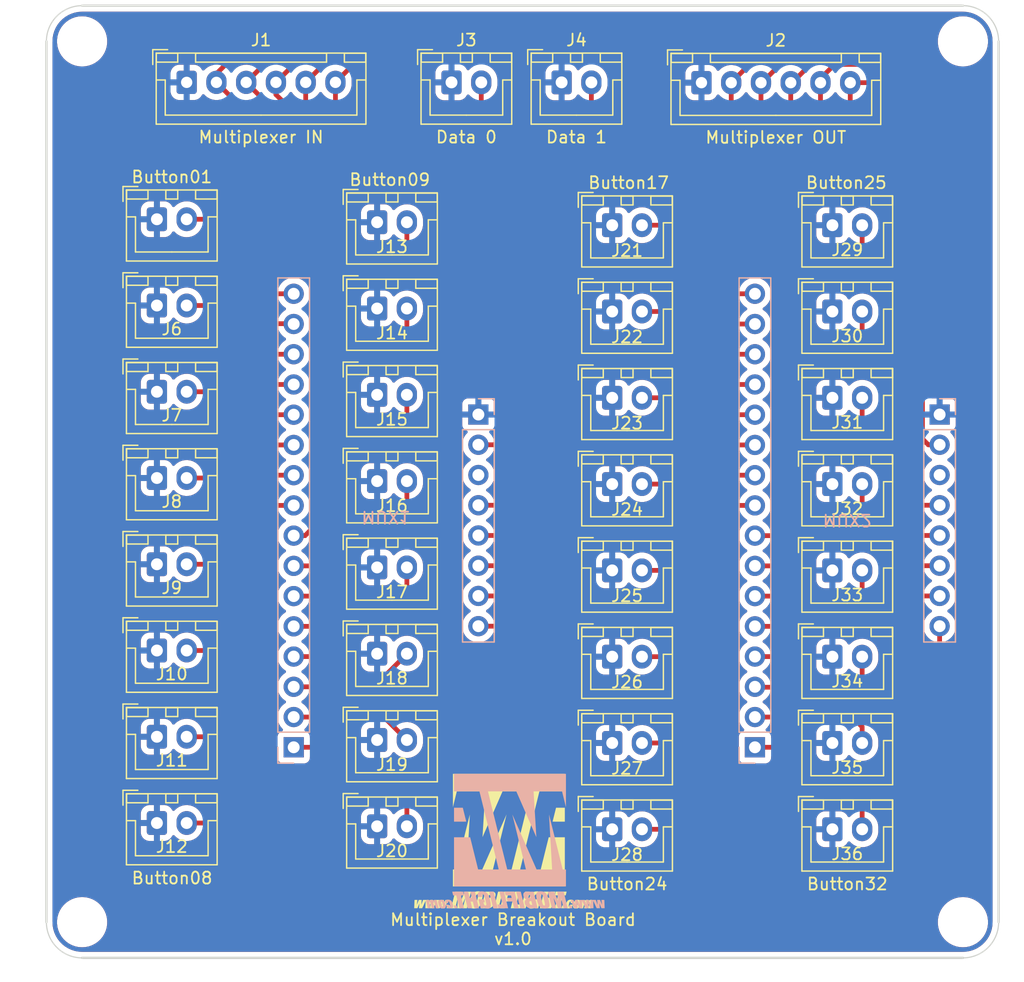
<source format=kicad_pcb>
(kicad_pcb (version 20211014) (generator pcbnew)
  (layers (0 "F.Cu" signal) (31 "B.Cu" signal) (34 "B.Paste" user) (35 "F.Paste" user) (36 "B.SilkS" user "B.Silkscreen") (37 "F.SilkS" user "F.Silkscreen") (38 "B.Mask" user) (39 "F.Mask" user) (44 "Edge.Cuts" user))
  (net 0 "")
  (net 1 "pinGnd")
  (net 2 "pinVCC")
  (net 3 "sig0")
  (net 4 "sig1")
  (net 5 "sig2")
  (net 6 "sig3")
  (net 7 "data0")
  (net 8 "data1")
  (net 9 "btn0")
  (net 10 "btn8")
  (net 11 "btn1")
  (net 12 "btn9")
  (net 13 "btn2")
  (net 14 "btn10")
  (net 15 "btn3")
  (net 16 "btn11")
  (net 17 "btn4")
  (net 18 "btn12")
  (net 19 "btn5")
  (net 20 "btn13")
  (net 21 "btn6")
  (net 22 "btn14")
  (net 23 "btn7")
  (net 24 "btn15")
  (net 27 "btn20")
  (net 28 "btn28")
  (net 29 "btn21")
  (net 30 "btn29")
  (net 31 "btn22")
  (net 32 "btn30")
  (net 33 "btn23")
  (net 34 "btn31")
  (net 35 "btn24")
  (net 36 "btn32")
  (net 37 "btn25")
  (net 38 "btn33")
  (net 39 "btn26")
  (net 40 "btn34")
  (net 41 "btn27")
  (net 42 "btn35")
  (footprint "MountingHole:MountingHole_3.2mm_M3" (layer "F.Cu") (at 28 28)
    (fp_text reference "H1" hide)
    (fp_text value "MountingHole")
    (pad "" np_thru_hole circle (at 0 0) (size 3.2 3.2) (drill 3.2) (layers *.Cu *.Mask))
  )
  (footprint "Connector_JST:JST_XH_B2B-XH-A_1x02_P2.50mm_Vertical" (layer "F.Cu") (at 91.034 57.945)
    (fp_text reference "J31" (at 1.25 2.071) (layer "F.SilkS"))
    (fp_text value "Conn_01x02_Male")
    (pad "1" thru_hole roundrect (at 0 0) (size 1.7 2) (drill 1) (layers *.Cu *.Mask) (roundrect_rratio 0.1470588235) (net 1 "pinGnd"))
    (pad "2" thru_hole oval (at 2.5 0) (size 1.7 2) (drill 1) (layers *.Cu *.Mask) (net 32 "btn30"))
  )
  (footprint "Connector_JST:JST_XH_B2B-XH-A_1x02_P2.50mm_Vertical" (layer "F.Cu") (at 34.284 64.684284)
    (fp_text reference "J8" (at 1.25 1.983288) (layer "F.SilkS"))
    (fp_text value "Conn_01x02_Male")
    (pad "1" thru_hole roundrect (at 0 0) (size 1.7 2) (drill 1) (layers *.Cu *.Mask) (roundrect_rratio 0.1470588235) (net 1 "pinGnd"))
    (pad "2" thru_hole oval (at 2.5 0) (size 1.7 2) (drill 1) (layers *.Cu *.Mask) (net 15 "btn3"))
  )
  (footprint "Connector_JST:JST_XH_B2B-XH-A_1x02_P2.50mm_Vertical" (layer "F.Cu") (at 72.534 50.695)
    (fp_text reference "J22" (at 1.25 2.137) (layer "F.SilkS"))
    (fp_text value "Conn_01x02_Male")
    (pad "1" thru_hole roundrect (at 0 0) (size 1.7 2) (drill 1) (layers *.Cu *.Mask) (roundrect_rratio 0.1470588235) (net 1 "pinGnd"))
    (pad "2" thru_hole oval (at 2.5 0) (size 1.7 2) (drill 1) (layers *.Cu *.Mask) (net 29 "btn21"))
  )
  (footprint "MountingHole:MountingHole_3.2mm_M3" (layer "F.Cu") (at 28 102)
    (fp_text reference "H3" hide)
    (fp_text value "MountingHole")
    (pad "" np_thru_hole circle (at 0 0) (size 3.2 3.2) (drill 3.2) (layers *.Cu *.Mask))
  )
  (footprint "Connector_JST:JST_XH_B6B-XH-A_1x06_P2.50mm_Vertical" (layer "F.Cu") (at 36.784 31.445)
    (fp_text reference "J1" (at 6.25 -3.55) (layer "F.SilkS"))
    (fp_text value "Multiplexer IN" (at 6.25 4.6) (layer "F.SilkS"))
    (pad "1" thru_hole roundrect (at 0 0) (size 1.7 1.95) (drill 0.95) (layers *.Cu *.Mask) (roundrect_rratio 0.1470588235) (net 1 "pinGnd"))
    (pad "2" thru_hole oval (at 2.5 0) (size 1.7 1.95) (drill 0.95) (layers *.Cu *.Mask) (net 2 "pinVCC"))
    (pad "3" thru_hole oval (at 5 0) (size 1.7 1.95) (drill 0.95) (layers *.Cu *.Mask) (net 3 "sig0"))
    (pad "4" thru_hole oval (at 7.5 0) (size 1.7 1.95) (drill 0.95) (layers *.Cu *.Mask) (net 4 "sig1"))
    (pad "5" thru_hole oval (at 10 0) (size 1.7 1.95) (drill 0.95) (layers *.Cu *.Mask) (net 5 "sig2"))
    (pad "6" thru_hole oval (at 12.5 0) (size 1.7 1.95) (drill 0.95) (layers *.Cu *.Mask) (net 6 "sig3"))
  )
  (footprint "Connector_JST:JST_XH_B2B-XH-A_1x02_P2.50mm_Vertical" (layer "F.Cu") (at 72.534 65.195)
    (fp_text reference "J24" (at 1.25 2.137) (layer "F.SilkS"))
    (fp_text value "Conn_01x02_Male")
    (pad "1" thru_hole roundrect (at 0 0) (size 1.7 2) (drill 1) (layers *.Cu *.Mask) (roundrect_rratio 0.1470588235) (net 1 "pinGnd"))
    (pad "2" thru_hole oval (at 2.5 0) (size 1.7 2) (drill 1) (layers *.Cu *.Mask) (net 33 "btn23"))
  )
  (footprint "Connector_JST:JST_XH_B2B-XH-A_1x02_P2.50mm_Vertical" (layer "F.Cu") (at 52.784 86.695)
    (fp_text reference "J19" (at 1.25 2.067) (layer "F.SilkS"))
    (fp_text value "Conn_01x02_Male")
    (pad "1" thru_hole roundrect (at 0 0) (size 1.7 2) (drill 1) (layers *.Cu *.Mask) (roundrect_rratio 0.1470588235) (net 1 "pinGnd"))
    (pad "2" thru_hole oval (at 2.5 0) (size 1.7 2) (drill 1) (layers *.Cu *.Mask) (net 22 "btn14"))
  )
  (footprint "Connector_JST:JST_XH_B2B-XH-A_1x02_P2.50mm_Vertical" (layer "F.Cu") (at 52.784 57.695)
    (fp_text reference "J15" (at 1.25 2.067) (layer "F.SilkS"))
    (fp_text value "Conn_01x02_Male")
    (pad "1" thru_hole roundrect (at 0 0) (size 1.7 2) (drill 1) (layers *.Cu *.Mask) (roundrect_rratio 0.1470588235) (net 1 "pinGnd"))
    (pad "2" thru_hole oval (at 2.5 0) (size 1.7 2) (drill 1) (layers *.Cu *.Mask) (net 14 "btn10"))
  )
  (footprint "Connector_JST:JST_XH_B2B-XH-A_1x02_P2.50mm_Vertical" (layer "F.Cu") (at 91.034 50.695)
    (fp_text reference "J30" (at 1.25 2.071) (layer "F.SilkS"))
    (fp_text value "Conn_01x02_Male")
    (pad "1" thru_hole roundrect (at 0 0) (size 1.7 2) (drill 1) (layers *.Cu *.Mask) (roundrect_rratio 0.1470588235) (net 1 "pinGnd"))
    (pad "2" thru_hole oval (at 2.5 0) (size 1.7 2) (drill 1) (layers *.Cu *.Mask) (net 30 "btn29"))
  )
  (footprint "Connector_JST:JST_XH_B2B-XH-A_1x02_P2.50mm_Vertical" (layer "F.Cu") (at 91.034 79.695)
    (fp_text reference "J34" (at 1.25 2.071) (layer "F.SilkS"))
    (fp_text value "Conn_01x02_Male")
    (pad "1" thru_hole roundrect (at 0 0) (size 1.7 2) (drill 1) (layers *.Cu *.Mask) (roundrect_rratio 0.1470588235) (net 1 "pinGnd"))
    (pad "2" thru_hole oval (at 2.5 0) (size 1.7 2) (drill 1) (layers *.Cu *.Mask) (net 38 "btn33"))
  )
  (footprint "Connector_JST:JST_XH_B2B-XH-A_1x02_P2.50mm_Vertical" (layer "F.Cu") (at 34.284 79.17714)
    (fp_text reference "J10" (at 1.25 1.983288) (layer "F.SilkS"))
    (fp_text value "Conn_01x02_Male")
    (pad "1" thru_hole roundrect (at 0 0) (size 1.7 2) (drill 1) (layers *.Cu *.Mask) (roundrect_rratio 0.1470588235) (net 1 "pinGnd"))
    (pad "2" thru_hole oval (at 2.5 0) (size 1.7 2) (drill 1) (layers *.Cu *.Mask) (net 19 "btn5"))
  )
  (footprint "Connector_JST:JST_XH_B2B-XH-A_1x02_P2.50mm_Vertical" (layer "F.Cu") (at 59.034 31.445)
    (fp_text reference "J3" (at 1.25 -3.55) (layer "F.SilkS"))
    (fp_text value "Data 0" (at 1.25 4.6) (layer "F.SilkS"))
    (pad "1" thru_hole roundrect (at 0 0) (size 1.7 2) (drill 1) (layers *.Cu *.Mask) (roundrect_rratio 0.1470588235) (net 1 "pinGnd"))
    (pad "2" thru_hole oval (at 2.5 0) (size 1.7 2) (drill 1) (layers *.Cu *.Mask) (net 7 "data0"))
  )
  (footprint "Connector_JST:JST_XH_B2B-XH-A_1x02_P2.50mm_Vertical" (layer "F.Cu") (at 91.034 94.195)
    (fp_text reference "J36" (at 1.25 2.071) (layer "F.SilkS"))
    (fp_text value "Button32" (at 1.25 4.6) (layer "F.SilkS"))
    (pad "1" thru_hole roundrect (at 0 0) (size 1.7 2) (drill 1) (layers *.Cu *.Mask) (roundrect_rratio 0.1470588235) (net 1 "pinGnd"))
    (pad "2" thru_hole oval (at 2.5 0) (size 1.7 2) (drill 1) (layers *.Cu *.Mask) (net 42 "btn35"))
  )
  (footprint "Connector_JST:JST_XH_B2B-XH-A_1x02_P2.50mm_Vertical" (layer "F.Cu") (at 91.034 72.445)
    (fp_text reference "J33" (at 1.25 2.071) (layer "F.SilkS"))
    (fp_text value "Conn_01x02_Male")
    (pad "1" thru_hole roundrect (at 0 0) (size 1.7 2) (drill 1) (layers *.Cu *.Mask) (roundrect_rratio 0.1470588235) (net 1 "pinGnd"))
    (pad "2" thru_hole oval (at 2.5 0) (size 1.7 2) (drill 1) (layers *.Cu *.Mask) (net 36 "btn32"))
  )
  (footprint "Connector_JST:JST_XH_B6B-XH-A_1x06_P2.50mm_Vertical" (layer "F.Cu") (at 80.034 31.47)
    (fp_text reference "J2" (at 6.25 -3.55) (layer "F.SilkS"))
    (fp_text value "Multiplexer OUT" (at 6.25 4.6) (layer "F.SilkS"))
    (pad "1" thru_hole roundrect (at 0 0) (size 1.7 1.95) (drill 0.95) (layers *.Cu *.Mask) (roundrect_rratio 0.1470588235) (net 1 "pinGnd"))
    (pad "2" thru_hole oval (at 2.5 0) (size 1.7 1.95) (drill 0.95) (layers *.Cu *.Mask) (net 2 "pinVCC"))
    (pad "3" thru_hole oval (at 5 0) (size 1.7 1.95) (drill 0.95) (layers *.Cu *.Mask) (net 3 "sig0"))
    (pad "4" thru_hole oval (at 7.5 0) (size 1.7 1.95) (drill 0.95) (layers *.Cu *.Mask) (net 4 "sig1"))
    (pad "5" thru_hole oval (at 10 0) (size 1.7 1.95) (drill 0.95) (layers *.Cu *.Mask) (net 5 "sig2"))
    (pad "6" thru_hole oval (at 12.5 0) (size 1.7 1.95) (drill 0.95) (layers *.Cu *.Mask) (net 6 "sig3"))
  )
  (footprint "MountingHole:MountingHole_3.2mm_M3" (layer "F.Cu") (at 102 102)
    (fp_text reference "H4" hide)
    (fp_text value "MountingHole")
    (pad "" np_thru_hole circle (at 0 0) (size 3.2 3.2) (drill 3.2) (layers *.Cu *.Mask))
  )
  (footprint "MountingHole:MountingHole_3.2mm_M3" (layer "F.Cu") (at 102 28)
    (fp_text reference "H2" hide)
    (fp_text value "MountingHole")
    (pad "" np_thru_hole circle (at 0 0) (size 3.2 3.2) (drill 3.2) (layers *.Cu *.Mask))
  )
  (footprint "Connector_JST:JST_XH_B2B-XH-A_1x02_P2.50mm_Vertical" (layer "F.Cu") (at 34.284 93.67)
    (fp_text reference "J12" (at 1.25 1.983288) (layer "F.SilkS"))
    (fp_text value "Conn_01x02_Male")
    (pad "1" thru_hole roundrect (at 0 0) (size 1.7 2) (drill 1) (layers *.Cu *.Mask) (roundrect_rratio 0.1470588235) (net 1 "pinGnd"))
    (pad "2" thru_hole oval (at 2.5 0) (size 1.7 2) (drill 1) (layers *.Cu *.Mask) (net 23 "btn7"))
  )
  (footprint "Connector_JST:JST_XH_B2B-XH-A_1x02_P2.50mm_Vertical" (layer "F.Cu") (at 34.284 42.945)
    (fp_text reference "Button01" (at 1.25 -3.55) (layer "F.SilkS"))
    (fp_text value "Conn_01x02_Male")
    (fp_text user "Button08" (at 1.276 55.353) (layer "F.SilkS"))
    (pad "1" thru_hole roundrect (at 0 0) (size 1.7 2) (drill 1) (layers *.Cu *.Mask) (roundrect_rratio 0.1470588235) (net 1 "pinGnd"))
    (pad "2" thru_hole oval (at 2.5 0) (size 1.7 2) (drill 1) (layers *.Cu *.Mask) (net 9 "btn0"))
  )
  (footprint "common:mobiflight-logo-15" (layer "F.Cu") (at 63.4 95.2)
    (fp_text reference "G***" hide)
    (fp_text value "LOGO" hide)
  )
  (footprint "Connector_JST:JST_XH_B2B-XH-A_1x02_P2.50mm_Vertical" (layer "F.Cu") (at 72.534 72.445)
    (fp_text reference "J25" (at 1.25 2.137) (layer "F.SilkS"))
    (fp_text value "Conn_01x02_Male")
    (pad "1" thru_hole roundrect (at 0 0) (size 1.7 2) (drill 1) (layers *.Cu *.Mask) (roundrect_rratio 0.1470588235) (net 1 "pinGnd"))
    (pad "2" thru_hole oval (at 2.5 0) (size 1.7 2) (drill 1) (layers *.Cu *.Mask) (net 35 "btn24"))
  )
  (footprint "Connector_JST:JST_XH_B2B-XH-A_1x02_P2.50mm_Vertical" (layer "F.Cu") (at 72.534 57.945)
    (fp_text reference "J23" (at 1.25 2.137) (layer "F.SilkS"))
    (fp_text value "Conn_01x02_Male")
    (pad "1" thru_hole roundrect (at 0 0) (size 1.7 2) (drill 1) (layers *.Cu *.Mask) (roundrect_rratio 0.1470588235) (net 1 "pinGnd"))
    (pad "2" thru_hole oval (at 2.5 0) (size 1.7 2) (drill 1) (layers *.Cu *.Mask) (net 31 "btn22"))
  )
  (footprint "Connector_JST:JST_XH_B2B-XH-A_1x02_P2.50mm_Vertical" (layer "F.Cu") (at 72.534 94.195)
    (fp_text reference "J28" (at 1.25 2.137) (layer "F.SilkS"))
    (fp_text value "Button24" (at 1.25 4.6) (layer "F.SilkS"))
    (pad "1" thru_hole roundrect (at 0 0) (size 1.7 2) (drill 1) (layers *.Cu *.Mask) (roundrect_rratio 0.1470588235) (net 1 "pinGnd"))
    (pad "2" thru_hole oval (at 2.5 0) (size 1.7 2) (drill 1) (layers *.Cu *.Mask) (net 41 "btn27"))
  )
  (footprint "Connector_JST:JST_XH_B2B-XH-A_1x02_P2.50mm_Vertical" (layer "F.Cu") (at 72.534 86.945)
    (fp_text reference "J27" (at 1.25 2.137) (layer "F.SilkS"))
    (fp_text value "Conn_01x02_Male")
    (pad "1" thru_hole roundrect (at 0 0) (size 1.7 2) (drill 1) (layers *.Cu *.Mask) (roundrect_rratio 0.1470588235) (net 1 "pinGnd"))
    (pad "2" thru_hole oval (at 2.5 0) (size 1.7 2) (drill 1) (layers *.Cu *.Mask) (net 39 "btn26"))
  )
  (footprint "Connector_JST:JST_XH_B2B-XH-A_1x02_P2.50mm_Vertical" (layer "F.Cu") (at 91.034 86.945)
    (fp_text reference "J35" (at 1.25 2.071) (layer "F.SilkS"))
    (fp_text value "Conn_01x02_Male")
    (pad "1" thru_hole roundrect (at 0 0) (size 1.7 2) (drill 1) (layers *.Cu *.Mask) (roundrect_rratio 0.1470588235) (net 1 "pinGnd"))
    (pad "2" thru_hole oval (at 2.5 0) (size 1.7 2) (drill 1) (layers *.Cu *.Mask) (net 40 "btn34"))
  )
  (footprint "Connector_JST:JST_XH_B2B-XH-A_1x02_P2.50mm_Vertical" (layer "F.Cu") (at 72.534 79.695)
    (fp_text reference "J26" (at 1.25 2.137) (layer "F.SilkS"))
    (fp_text value "Conn_01x02_Male")
    (pad "1" thru_hole roundrect (at 0 0) (size 1.7 2) (drill 1) (layers *.Cu *.Mask) (roundrect_rratio 0.1470588235) (net 1 "pinGnd"))
    (pad "2" thru_hole oval (at 2.5 0) (size 1.7 2) (drill 1) (layers *.Cu *.Mask) (net 37 "btn25"))
  )
  (footprint "Connector_JST:JST_XH_B2B-XH-A_1x02_P2.50mm_Vertical" (layer "F.Cu") (at 91.034 43.445)
    (fp_text reference "J29" (at 1.25 2.071) (layer "F.SilkS"))
    (fp_text value "Button25" (at 1.168 -3.567) (layer "F.SilkS"))
    (pad "1" thru_hole roundrect (at 0 0) (size 1.7 2) (drill 1) (layers *.Cu *.Mask) (roundrect_rratio 0.1470588235) (net 1 "pinGnd"))
    (pad "2" thru_hole oval (at 2.5 0) (size 1.7 2) (drill 1) (layers *.Cu *.Mask) (net 28 "btn28"))
  )
  (footprint "Connector_JST:JST_XH_B2B-XH-A_1x02_P2.50mm_Vertical" (layer "F.Cu") (at 91.034 65.195)
    (fp_text reference "J32" (at 1.25 2.071) (layer "F.SilkS"))
    (fp_text value "Conn_01x02_Male")
    (pad "1" thru_hole roundrect (at 0 0) (size 1.7 2) (drill 1) (layers *.Cu *.Mask) (roundrect_rratio 0.1470588235) (net 1 "pinGnd"))
    (pad "2" thru_hole oval (at 2.5 0) (size 1.7 2) (drill 1) (layers *.Cu *.Mask) (net 34 "btn31"))
  )
  (footprint "Connector_JST:JST_XH_B2B-XH-A_1x02_P2.50mm_Vertical" (layer "F.Cu") (at 52.784 79.445)
    (fp_text reference "J18" (at 1.25 2.067) (layer "F.SilkS"))
    (fp_text value "Conn_01x02_Male")
    (pad "1" thru_hole roundrect (at 0 0) (size 1.7 2) (drill 1) (layers *.Cu *.Mask) (roundrect_rratio 0.1470588235) (net 1 "pinGnd"))
    (pad "2" thru_hole oval (at 2.5 0) (size 1.7 2) (drill 1) (layers *.Cu *.Mask) (net 20 "btn13"))
  )
  (footprint "Connector_JST:JST_XH_B2B-XH-A_1x02_P2.50mm_Vertical" (layer "F.Cu") (at 68.284 31.445)
    (fp_text reference "J4" (at 1.25 -3.55) (layer "F.SilkS"))
    (fp_text value "Data 1" (at 1.25 4.6) (layer "F.SilkS"))
    (pad "1" thru_hole roundrect (at 0 0) (size 1.7 2) (drill 1) (layers *.Cu *.Mask) (roundrect_rratio 0.1470588235) (net 1 "pinGnd"))
    (pad "2" thru_hole oval (at 2.5 0) (size 1.7 2) (drill 1) (layers *.Cu *.Mask) (net 8 "data1"))
  )
  (footprint "Connector_JST:JST_XH_B2B-XH-A_1x02_P2.50mm_Vertical" (layer "F.Cu") (at 34.284 57.437856)
    (fp_text reference "J7" (at 1.25 1.983288) (layer "F.SilkS"))
    (fp_text value "Conn_01x02_Male")
    (pad "1" thru_hole roundrect (at 0 0) (size 1.7 2) (drill 1) (layers *.Cu *.Mask) (roundrect_rratio 0.1470588235) (net 1 "pinGnd"))
    (pad "2" thru_hole oval (at 2.5 0) (size 1.7 2) (drill 1) (layers *.Cu *.Mask) (net 13 "btn2"))
  )
  (footprint "Connector_JST:JST_XH_B2B-XH-A_1x02_P2.50mm_Vertical" (layer "F.Cu") (at 52.784 64.945)
    (fp_text reference "J16" (at 1.25 2.067) (layer "F.SilkS"))
    (fp_text value "Conn_01x02_Male")
    (pad "1" thru_hole roundrect (at 0 0) (size 1.7 2) (drill 1) (layers *.Cu *.Mask) (roundrect_rratio 0.1470588235) (net 1 "pinGnd"))
    (pad "2" thru_hole oval (at 2.5 0) (size 1.7 2) (drill 1) (layers *.Cu *.Mask) (net 16 "btn11"))
  )
  (footprint "Connector_JST:JST_XH_B2B-XH-A_1x02_P2.50mm_Vertical" (layer "F.Cu") (at 34.284 50.191428)
    (fp_text reference "J6" (at 1.25 1.983288) (layer "F.SilkS"))
    (fp_text value "Conn_01x02_Male")
    (pad "1" thru_hole roundrect (at 0 0) (size 1.7 2) (drill 1) (layers *.Cu *.Mask) (roundrect_rratio 0.1470588235) (net 1 "pinGnd"))
    (pad "2" thru_hole oval (at 2.5 0) (size 1.7 2) (drill 1) (layers *.Cu *.Mask) (net 11 "btn1"))
  )
  (footprint "Connector_JST:JST_XH_B2B-XH-A_1x02_P2.50mm_Vertical" (layer "F.Cu") (at 34.284 71.930712)
    (fp_text reference "J9" (at 1.25 1.983288) (layer "F.SilkS"))
    (fp_text value "Conn_01x02_Male")
    (pad "1" thru_hole roundrect (at 0 0) (size 1.7 2) (drill 1) (layers *.Cu *.Mask) (roundrect_rratio 0.1470588235) (net 1 "pinGnd"))
    (pad "2" thru_hole oval (at 2.5 0) (size 1.7 2) (drill 1) (layers *.Cu *.Mask) (net 17 "btn4"))
  )
  (footprint "Connector_JST:JST_XH_B2B-XH-A_1x02_P2.50mm_Vertical" (layer "F.Cu") (at 52.784 93.945)
    (fp_text reference "J20" (at 1.25 2.067) (layer "F.SilkS"))
    (fp_text value "Button16")
    (pad "1" thru_hole roundrect (at 0 0) (size 1.7 2) (drill 1) (layers *.Cu *.Mask) (roundrect_rratio 0.1470588235) (net 1 "pinGnd"))
    (pad "2" thru_hole oval (at 2.5 0) (size 1.7 2) (drill 1) (layers *.Cu *.Mask) (net 24 "btn15"))
  )
  (footprint "Connector_JST:JST_XH_B2B-XH-A_1x02_P2.50mm_Vertical" (layer "F.Cu") (at 72.534 43.445)
    (fp_text reference "J21" (at 1.25 2.137) (layer "F.SilkS"))
    (fp_text value "Button17" (at 1.38 -3.567) (layer "F.SilkS"))
    (pad "1" thru_hole roundrect (at 0 0) (size 1.7 2) (drill 1) (layers *.Cu *.Mask) (roundrect_rratio 0.1470588235) (net 1 "pinGnd"))
    (pad "2" thru_hole oval (at 2.5 0) (size 1.7 2) (drill 1) (layers *.Cu *.Mask) (net 27 "btn20"))
  )
  (footprint "Connector_JST:JST_XH_B2B-XH-A_1x02_P2.50mm_Vertical" (layer "F.Cu") (at 34.284 86.423568)
    (fp_text reference "J11" (at 1.25 1.983288) (layer "F.SilkS"))
    (fp_text value "Conn_01x02_Male")
    (pad "1" thru_hole roundrect (at 0 0) (size 1.7 2) (drill 1) (layers *.Cu *.Mask) (roundrect_rratio 0.1470588235) (net 1 "pinGnd"))
    (pad "2" thru_hole oval (at 2.5 0) (size 1.7 2) (drill 1) (layers *.Cu *.Mask) (net 21 "btn6"))
  )
  (footprint "Connector_JST:JST_XH_B2B-XH-A_1x02_P2.50mm_Vertical" (layer "F.Cu") (at 52.784 50.445)
    (fp_text reference "J14" (at 1.25 2.067) (layer "F.SilkS"))
    (fp_text value "Conn_01x02_Male")
    (pad "1" thru_hole roundrect (at 0 0) (size 1.7 2) (drill 1) (layers *.Cu *.Mask) (roundrect_rratio 0.1470588235) (net 1 "pinGnd"))
    (pad "2" thru_hole oval (at 2.5 0) (size 1.7 2) (drill 1) (layers *.Cu *.Mask) (net 12 "btn9"))
  )
  (footprint "Connector_JST:JST_XH_B2B-XH-A_1x02_P2.50mm_Vertical" (layer "F.Cu") (at 52.784 72.195)
    (fp_text reference "J17" (at 1.25 2.067) (layer "F.SilkS"))
    (fp_text value "Conn_01x02_Male")
    (pad "1" thru_hole roundrect (at 0 0) (size 1.7 2) (drill 1) (layers *.Cu *.Mask) (roundrect_rratio 0.1470588235) (net 1 "pinGnd"))
    (pad "2" thru_hole oval (at 2.5 0) (size 1.7 2) (drill 1) (layers *.Cu *.Mask) (net 18 "btn12"))
  )
  (footprint "Connector_JST:JST_XH_B2B-XH-A_1x02_P2.50mm_Vertical" (layer "F.Cu") (at 52.784 43.195)
    (fp_text reference "J13" (at 1.25 2.067) (layer "F.SilkS"))
    (fp_text value "Button09" (at 1.064 -3.571) (layer "F.SilkS"))
    (pad "1" thru_hole roundrect (at 0 0) (size 1.7 2) (drill 1) (layers *.Cu *.Mask) (roundrect_rratio 0.1470588235) (net 1 "pinGnd"))
    (pad "2" thru_hole oval (at 2.5 0) (size 1.7 2) (drill 1) (layers *.Cu *.Mask) (net 10 "btn8"))
  )
  (footprint "common:74HC4067" (layer "B.Cu") (at 92.284 68.22)
    (fp_text reference "MUX2" (at 0 0 -180 unlocked) (layer "B.SilkS") (effects (justify mirror)))
    (fp_text value "MUX74HC4067")
    (pad "1" thru_hole rect (at 7.758 -8.868 180) (size 1.7 1.7) (drill 1) (layers *.Cu *.Mask) (net 1 "pinGnd"))
    (pad "2" thru_hole oval (at 7.758 -6.328 180) (size 1.7 1.7) (drill 1) (layers *.Cu *.Mask) (net 2 "pinVCC"))
    (pad "3" thru_hole oval (at 7.758 -3.788 180) (size 1.7 1.7) (drill 1) (layers *.Cu *.Mask))
    (pad "4" thru_hole oval (at 7.758 -1.248 180) (size 1.7 1.7) (drill 1) (layers *.Cu *.Mask) (net 3 "sig0"))
    (pad "5" thru_hole oval (at 7.758 1.292 180) (size 1.7 1.7) (drill 1) (layers *.Cu *.Mask) (net 4 "sig1"))
    (pad "6" thru_hole oval (at 7.758 3.832 180) (size 1.7 1.7) (drill 1) (layers *.Cu *.Mask) (net 5 "sig2"))
    (pad "7" thru_hole oval (at 7.758 6.372 180) (size 1.7 1.7) (drill 1) (layers *.Cu *.Mask) (net 6 "sig3"))
    (pad "8" thru_hole oval (at 7.758 8.912 180) (size 1.7 1.7) (drill 1) (layers *.Cu *.Mask) (net 8 "data1"))
    (pad "9" thru_hole oval (at -7.758 -19.014) (size 1.7 1.7) (drill 1) (layers *.Cu *.Mask) (net 27 "btn20"))
    (pad "10" thru_hole oval (at -7.758 -16.474) (size 1.7 1.7) (drill 1) (layers *.Cu *.Mask) (net 29 "btn21"))
    (pad "11" thru_hole oval (at -7.758 -13.934) (size 1.7 1.7) (drill 1) (layers *.Cu *.Mask) (net 31 "btn22"))
    (pad "12" thru_hole oval (at -7.758 -11.394) (size 1.7 1.7) (drill 1) (layers *.Cu *.Mask) (net 33 "btn23"))
    (pad "13" thru_hole oval (at -7.758 -8.854) (size 1.7 1.7) (drill 1) (layers *.Cu *.Mask) (net 35 "btn24"))
    (pad "14" thru_hole oval (at -7.758 -6.314) (size 1.7 1.7) (drill 1) (layers *.Cu *.Mask) (net 37 "btn25"))
    (pad "15" thru_hole oval (at -7.758 -3.774) (size 1.7 1.7) (drill 1) (layers *.Cu *.Mask) (net 39 "btn26"))
    (pad "16" thru_hole oval (at -7.758 -1.234) (size 1.7 1.7) (drill 1) (layers *.Cu *.Mask) (net 41 "btn27"))
    (pad "17" thru_hole oval (at -7.758 1.306) (size 1.7 1.7) (drill 1) (layers *.Cu *.Mask) (net 28 "btn28"))
    (pad "18" thru_hole oval (at -7.758 3.846) (size 1.7 1.7) (drill 1) (layers *.Cu *.Mask) (net 30 "btn29"))
    (pad "19" thru_hole oval (at -7.758 6.386) (size 1.7 1.7) (drill 1) (layers *.Cu *.Mask) (net 32 "btn30"))
    (pad "20" thru_hole oval (at -7.758 8.926) (size 1.7 1.7) (drill 1) (layers *.Cu *.Mask) (net 34 "btn31"))
    (pad "21" thru_hole oval (at -7.758 11.466) (size 1.7 1.7) (drill 1) (layers *.Cu *.Mask) (net 36 "btn32"))
    (pad "22" thru_hole oval (at -7.758 14.006) (size 1.7 1.7) (drill 1) (layers *.Cu *.Mask) (net 38 "btn33"))
    (pad "23" thru_hole oval (at -7.758 16.546) (size 1.7 1.7) (drill 1) (layers *.Cu *.Mask) (net 40 "btn34"))
    (pad "24" thru_hole rect (at -7.758 19.086 270) (size 1.7 1.7) (drill 1) (layers *.Cu *.Mask) (net 42 "btn35"))
  )
  (footprint "common:mobiflight-logo-15" (layer "B.Cu") (at 64.4 95.2 180)
    (fp_text reference "G***" hide)
    (fp_text value "LOGO" hide)
  )
  (footprint "common:74HC4067" (layer "B.Cu") (at 53.534 68.22)
    (fp_text reference "MUX1" (at 0 -0.25 180 unlocked) (layer "B.SilkS") (effects (justify mirror)))
    (fp_text value "MUX74HC4067")
    (pad "1" thru_hole rect (at 7.758 -8.868 180) (size 1.7 1.7) (drill 1) (layers *.Cu *.Mask) (net 1 "pinGnd"))
    (pad "2" thru_hole oval (at 7.758 -6.328 180) (size 1.7 1.7) (drill 1) (layers *.Cu *.Mask) (net 2 "pinVCC"))
    (pad "3" thru_hole oval (at 7.758 -3.788 180) (size 1.7 1.7) (drill 1) (layers *.Cu *.Mask))
    (pad "4" thru_hole oval (at 7.758 -1.248 180) (size 1.7 1.7) (drill 1) (layers *.Cu *.Mask) (net 3 "sig0"))
    (pad "5" thru_hole oval (at 7.758 1.292 180) (size 1.7 1.7) (drill 1) (layers *.Cu *.Mask) (net 4 "sig1"))
    (pad "6" thru_hole oval (at 7.758 3.832 180) (size 1.7 1.7) (drill 1) (layers *.Cu *.Mask) (net 5 "sig2"))
    (pad "7" thru_hole oval (at 7.758 6.372 180) (size 1.7 1.7) (drill 1) (layers *.Cu *.Mask) (net 6 "sig3"))
    (pad "8" thru_hole oval (at 7.758 8.912 180) (size 1.7 1.7) (drill 1) (layers *.Cu *.Mask) (net 7 "data0"))
    (pad "9" thru_hole oval (at -7.758 -19.014) (size 1.7 1.7) (drill 1) (layers *.Cu *.Mask) (net 9 "btn0"))
    (pad "10" thru_hole oval (at -7.758 -16.474) (size 1.7 1.7) (drill 1) (layers *.Cu *.Mask) (net 11 "btn1"))
    (pad "11" thru_hole oval (at -7.758 -13.934) (size 1.7 1.7) (drill 1) (layers *.Cu *.Mask) (net 13 "btn2"))
    (pad "12" thru_hole oval (at -7.758 -11.394) (size 1.7 1.7) (drill 1) (layers *.Cu *.Mask) (net 15 "btn3"))
    (pad "13" thru_hole oval (at -7.758 -8.854) (size 1.7 1.7) (drill 1) (layers *.Cu *.Mask) (net 17 "btn4"))
    (pad "14" thru_hole oval (at -7.758 -6.314) (size 1.7 1.7) (drill 1) (layers *.Cu *.Mask) (net 19 "btn5"))
    (pad "15" thru_hole oval (at -7.758 -3.774) (size 1.7 1.7) (drill 1) (layers *.Cu *.Mask) (net 21 "btn6"))
    (pad "16" thru_hole oval (at -7.758 -1.234) (size 1.7 1.7) (drill 1) (layers *.Cu *.Mask) (net 23 "btn7"))
    (pad "17" thru_hole oval (at -7.758 1.306) (size 1.7 1.7) (drill 1) (layers *.Cu *.Mask) (net 10 "btn8"))
    (pad "18" thru_hole oval (at -7.758 3.846) (size 1.7 1.7) (drill 1) (layers *.Cu *.Mask) (net 12 "btn9"))
    (pad "19" thru_hole oval (at -7.758 6.386) (size 1.7 1.7) (drill 1) (layers *.Cu *.Mask) (net 14 "btn10"))
    (pad "20" thru_hole oval (at -7.758 8.926) (size 1.7 1.7) (drill 1) (layers *.Cu *.Mask) (net 16 "btn11"))
    (pad "21" thru_hole oval (at -7.758 11.466) (size 1.7 1.7) (drill 1) (layers *.Cu *.Mask) (net 18 "btn12"))
    (pad "22" thru_hole oval (at -7.758 14.006) (size 1.7 1.7) (drill 1) (layers *.Cu *.Mask) (net 20 "btn13"))
    (pad "23" thru_hole oval (at -7.758 16.546) (size 1.7 1.7) (drill 1) (layers *.Cu *.Mask) (net 22 "btn14"))
    (pad "24" thru_hole rect (at -7.758 19.086 270) (size 1.7 1.7) (drill 1) (layers *.Cu *.Mask) (net 24 "btn15"))
  )
  (gr_arc (start 105 102) (mid 104.12132 104.12132) (end 102 105) (layer "Edge.Cuts") (width 0.1))
  (gr_line (start 102 105) (end 28 105) (layer "Edge.Cuts") (width 0.2))
  (gr_line (start 105 28) (end 105 102) (layer "Edge.Cuts") (width 0.2))
  (gr_line (start 28 25) (end 102 25) (layer "Edge.Cuts") (width 0.2))
  (gr_arc (start 25 28) (mid 25.87868 25.87868) (end 28 25) (layer "Edge.Cuts") (width 0.1))
  (gr_line (start 25 102) (end 25 28) (layer "Edge.Cuts") (width 0.2))
  (gr_arc (start 102 25) (mid 104.12132 25.87868) (end 105 28) (layer "Edge.Cuts") (width 0.1))
  (gr_arc (start 28 105) (mid 25.87868 104.12132) (end 25 102) (layer "Edge.Cuts") (width 0.1))
  (gr_text "Multiplexer Breakout Board\nv1.0" (at 64.2 102.6) (layer "F.SilkS") (effects (font (size 1 1))))
  (segment (start 62.612 61.892) (end 61.292 61.892) (width 0.4) (layer "F.Cu") (net 2))
  (segment (start 39.284 31.445) (end 39.284 30.72) (width 0.4) (layer "F.Cu") (net 2))
  (segment (start 60.284 39.22) (end 63.034 41.97) (width 0.4) (layer "F.Cu") (net 2))
  (segment (start 77.384 36.57) (end 81.934 36.57) (width 0.4) (layer "F.Cu") (net 2))
  (segment (start 98.6 30.4) (end 98.6 61.4) (width 0.4) (layer "F.Cu") (net 2))
  (segment (start 99.092 61.892) (end 100.042 61.892) (width 0.4) (layer "F.Cu") (net 2))
  (segment (start 63.034 61.47) (end 62.612 61.892) (width 0.4) (layer "F.Cu") (net 2))
  (segment (start 81.934 36.57) (end 82.534 35.97) (width 0.4) (layer "F.Cu") (net 2))
  (segment (start 96.106 27.906) (end 98.6 30.4) (width 0.4) (layer "F.Cu") (net 2))
  (segment (start 98.6 61.4) (end 99.092 61.892) (width 0.4) (layer "F.Cu") (net 2))
  (segment (start 39.284 31.445) (end 47.059 39.22) (width 0.4) (layer "F.Cu") (net 2))
  (segment (start 74.134 26.82) (end 76.534 29.22) (width 0.4) (layer "F.Cu") (net 2))
  (segment (start 63.034 41.97) (end 63.034 61.47) (width 0.4) (layer "F.Cu") (net 2))
  (segment (start 82.534 35.97) (end 82.534 31.47) (width 0.4) (layer "F.Cu") (net 2))
  (segment (start 76.534 35.72) (end 77.384 36.57) (width 0.4) (layer "F.Cu") (net 2))
  (segment (start 43.184 26.82) (end 74.134 26.82) (width 0.4) (layer "F.Cu") (net 2))
  (segment (start 39.284 30.72) (end 43.184 26.82) (width 0.4) (layer "F.Cu") (net 2))
  (segment (start 82.534 31.47) (end 86.098 27.906) (width 0.4) (layer "F.Cu") (net 2))
  (segment (start 47.059 39.22) (end 60.284 39.22) (width 0.4) (layer "F.Cu") (net 2))
  (segment (start 76.534 29.22) (end 76.534 35.72) (width 0.4) (layer "F.Cu") (net 2))
  (segment (start 86.098 27.906) (end 96.106 27.906) (width 0.4) (layer "F.Cu") (net 2))
  (segment (start 45.809 27.42) (end 73.734 27.42) (width 0.4) (layer "F.Cu") (net 3))
  (segment (start 97.8 66.4) (end 98.372 66.972) (width 0.4) (layer "F.Cu") (net 3))
  (segment (start 63.784 41.72) (end 63.784 66.22) (width 0.4) (layer "F.Cu") (net 3))
  (segment (start 84.084 37.17) (end 85.034 36.22) (width 0.4) (layer "F.Cu") (net 3))
  (segment (start 41.784 31.445) (end 45.809 27.42) (width 0.4) (layer "F.Cu") (net 3))
  (segment (start 41.784 31.445) (end 48.809 38.47) (width 0.4) (layer "F.Cu") (net 3))
  (segment (start 88.01 28.576) (end 95.532528 28.576) (width 0.4) (layer "F.Cu") (net 3))
  (segment (start 75.784 35.871472) (end 77.082528 37.17) (width 0.4) (layer "F.Cu") (net 3))
  (segment (start 63.032 66.972) (end 61.292 66.972) (width 0.4) (layer "F.Cu") (net 3))
  (segment (start 73.734 27.42) (end 75.784 29.47) (width 0.4) (layer "F.Cu") (net 3))
  (segment (start 63.784 66.22) (end 63.032 66.972) (width 0.4) (layer "F.Cu") (net 3))
  (segment (start 75.784 29.47) (end 75.784 35.871472) (width 0.4) (layer "F.Cu") (net 3))
  (segment (start 95.532528 28.576) (end 97.8 30.843472) (width 0.4) (layer "F.Cu") (net 3))
  (segment (start 85.034 31.47) (end 85.116 31.47) (width 0.4) (layer "F.Cu") (net 3))
  (segment (start 60.534 38.47) (end 63.784 41.72) (width 0.4) (layer "F.Cu") (net 3))
  (segment (start 85.034 36.22) (end 85.034 31.47) (width 0.4) (layer "F.Cu") (net 3))
  (segment (start 77.082528 37.17) (end 84.084 37.17) (width 0.4) (layer "F.Cu") (net 3))
  (segment (start 48.809 38.47) (end 60.534 38.47) (width 0.4) (layer "F.Cu") (net 3))
  (segment (start 85.116 31.47) (end 88.01 28.576) (width 0.4) (layer "F.Cu") (net 3))
  (segment (start 98.372 66.972) (end 100.042 66.972) (width 0.4) (layer "F.Cu") (net 3))
  (segment (start 97.8 30.843472) (end 97.8 66.4) (width 0.4) (layer "F.Cu") (net 3))
  (segment (start 44.284 31.445) (end 44.284 32.47) (width 0.4) (layer "F.Cu") (net 4))
  (segment (start 64.534 68.72) (end 63.742 69.512) (width 0.4) (layer "F.Cu") (net 4))
  (segment (start 89.95 29.176) (end 94.976 29.176) (width 0.4) (layer "F.Cu") (net 4))
  (segment (start 73.432528 28.02) (end 75.034 29.621472) (width 0.4) (layer "F.Cu") (net 4))
  (segment (start 87.534 36.22) (end 87.534 31.47) (width 0.4) (layer "F.Cu") (net 4))
  (segment (start 44.284 31.445) (end 47.709 28.02) (width 0.4) (layer "F.Cu") (net 4))
  (segment (start 63.742 69.512) (end 61.292 69.512) (width 0.4) (layer "F.Cu") (net 4))
  (segment (start 76.834 37.77) (end 85.984 37.77) (width 0.4) (layer "F.Cu") (net 4))
  (segment (start 85.984 37.77) (end 87.534 36.22) (width 0.4) (layer "F.Cu") (net 4))
  (segment (start 44.284 32.47) (end 49.534 37.72) (width 0.4) (layer "F.Cu") (net 4))
  (segment (start 97.062 68.662) (end 97.912 69.512) (width 0.4) (layer "F.Cu") (net 4))
  (segment (start 49.534 37.72) (end 60.784 37.72) (width 0.4) (layer "F.Cu") (net 4))
  (segment (start 47.709 28.02) (end 73.432528 28.02) (width 0.4) (layer "F.Cu") (net 4))
  (segment (start 60.784 37.72) (end 64.534 41.47) (width 0.4) (layer "F.Cu") (net 4))
  (segment (start 87.534 31.47) (end 87.656 31.47) (width 0.4) (layer "F.Cu") (net 4))
  (segment (start 97.062 31.262) (end 97.062 68.662) (width 0.4) (layer "F.Cu") (net 4))
  (segment (start 97.912 69.512) (end 100.042 69.512) (width 0.4) (layer "F.Cu") (net 4))
  (segment (start 64.534 41.47) (end 64.534 68.72) (width 0.4) (layer "F.Cu") (net 4))
  (segment (start 87.656 31.47) (end 89.95 29.176) (width 0.4) (layer "F.Cu") (net 4))
  (segment (start 75.034 29.621472) (end 75.034 35.97) (width 0.4) (layer "F.Cu") (net 4))
  (segment (start 75.034 35.97) (end 76.834 37.77) (width 0.4) (layer "F.Cu") (net 4))
  (segment (start 94.976 29.176) (end 97.062 31.262) (width 0.4) (layer "F.Cu") (net 4))
  (segment (start 96.3 31.7) (end 96.3 70.832) (width 0.4) (layer "F.Cu") (net 5))
  (segment (start 64.202 72.052) (end 61.292 72.052) (width 0.4) (layer "F.Cu") (net 5))
  (segment (start 90.034 31.47) (end 90.034 31.124) (width 0.4) (layer "F.Cu") (net 5))
  (segment (start 46.784 31.445) (end 46.784 33.47) (width 0.4) (layer "F.Cu") (net 5))
  (segment (start 94.538 29.938) (end 96.3 31.7) (width 0.4) (layer "F.Cu") (net 5))
  (segment (start 96.3 70.832) (end 97.52 72.052) (width 0.4) (layer "F.Cu") (net 5))
  (segment (start 97.52 72.052) (end 100.042 72.052) (width 0.4) (layer "F.Cu") (net 5))
  (segment (start 46.784 31.445) (end 49.609 28.62) (width 0.4) (layer "F.Cu") (net 5))
  (segment (start 65.284 70.97) (end 64.202 72.052) (width 0.4) (layer "F.Cu") (net 5))
  (segment (start 76.532528 38.37) (end 88.384 38.37) (width 0.4) (layer "F.Cu") (net 5))
  (segment (start 61.034 36.97) (end 65.284 41.22) (width 0.4) (layer "F.Cu") (net 5))
  (segment (start 65.284 41.22) (end 65.284 70.97) (width 0.4) (layer "F.Cu") (net 5))
  (segment (start 73.184 28.62) (end 74.284 29.72) (width 0.4) (layer "F.Cu") (net 5))
  (segment (start 91.22 29.938) (end 94.538 29.938) (width 0.4) (layer "F.Cu") (net 5))
  (segment (start 49.609 28.62) (end 73.184 28.62) (width 0.4) (layer "F.Cu") (net 5))
  (segment (start 90.034 31.124) (end 91.22 29.938) (width 0.4) (layer "F.Cu") (net 5))
  (segment (start 74.284 29.72) (end 74.284 36.121472) (width 0.4) (layer "F.Cu") (net 5))
  (segment (start 74.284 36.121472) (end 76.532528 38.37) (width 0.4) (layer "F.Cu") (net 5))
  (segment (start 90.034 36.72) (end 90.034 31.47) (width 0.4) (layer "F.Cu") (net 5))
  (segment (start 88.384 38.37) (end 90.034 36.72) (width 0.4) (layer "F.Cu") (net 5))
  (segment (start 50.284 36.97) (end 61.034 36.97) (width 0.4) (layer "F.Cu") (net 5))
  (segment (start 46.784 33.47) (end 50.284 36.97) (width 0.4) (layer "F.Cu") (net 5))
  (segment (start 49.284 31.445) (end 49.284 34.72) (width 0.4) (layer "F.Cu") (net 6))
  (segment (start 49.284 31.445) (end 51.509 29.22) (width 0.4) (layer "F.Cu") (net 6))
  (segment (start 73.534 29.818528) (end 73.534 36.22) (width 0.4) (layer "F.Cu") (net 6))
  (segment (start 95.538 73.174) (end 96.956 74.592) (width 0.4) (layer "F.Cu") (net 6))
  (segment (start 76.284 38.97) (end 90.784 38.97) (width 0.4) (layer "F.Cu") (net 6))
  (segment (start 92.534 37.22) (end 92.534 31.47) (width 0.4) (layer "F.Cu") (net 6))
  (segment (start 95.538 32.262) (end 95.538 73.174) (width 0.4) (layer "F.Cu") (net 6))
  (segment (start 61.284 36.22) (end 66.034 40.97) (width 0.4) (layer "F.Cu") (net 6))
  (segment (start 73.534 36.22) (end 76.284 38.97) (width 0.4) (layer "F.Cu") (net 6))
  (segment (start 94.746 31.47) (end 95.538 32.262) (width 0.4) (layer "F.Cu") (net 6))
  (segment (start 72.935472 29.22) (end 73.534 29.818528) (width 0.4) (layer "F.Cu") (net 6))
  (segment (start 51.509 29.22) (end 72.935472 29.22) (width 0.4) (layer "F.Cu") (net 6))
  (segment (start 96.956 74.592) (end 100.042 74.592) (width 0.4) (layer "F.Cu") (net 6))
  (segment (start 66.034 73.22) (end 64.662 74.592) (width 0.4) (layer "F.Cu") (net 6))
  (segment (start 49.284 34.72) (end 50.784 36.22) (width 0.4) (layer "F.Cu") (net 6))
  (segment (start 64.662 74.592) (end 61.292 74.592) (width 0.4) (layer "F.Cu") (net 6))
  (segment (start 90.784 38.97) (end 92.534 37.22) (width 0.4) (layer "F.Cu") (net 6))
  (segment (start 92.534 31.47) (end 94.746 31.47) (width 0.4) (layer "F.Cu") (net 6))
  (segment (start 66.034 40.97) (end 66.034 73.22) (width 0.4) (layer "F.Cu") (net 6))
  (segment (start 50.784 36.22) (end 61.284 36.22) (width 0.4) (layer "F.Cu") (net 6))
  (segment (start 66.784 75.595) (end 65.247 77.132) (width 0.4) (layer "F.Cu") (net 7))
  (segment (start 61.534 35.47) (end 66.784 40.72) (width 0.4) (layer "F.Cu") (net 7))
  (segment (start 61.534 31.445) (end 61.534 35.47) (width 0.4) (layer "F.Cu") (net 7))
  (segment (start 66.784 40.72) (end 66.784 75.595) (width 0.4) (layer "F.Cu") (net 7))
  (segment (start 65.247 77.132) (end 61.292 77.132) (width 0.4) (layer "F.Cu") (net 7))
  (segment (start 100.042 95.284) (end 100.042 77.132) (width 0.4) (layer "F.Cu") (net 8))
  (segment (start 73.351424 97.756) (end 97.57 97.756) (width 0.4) (layer "F.Cu") (net 8))
  (segment (start 97.57 97.756) (end 100.042 95.284) (width 0.4) (layer "F.Cu") (net 8))
  (segment (start 70.784 95.188576) (end 73.351424 97.756) (width 0.4) (layer "F.Cu") (net 8))
  (segment (start 70.784 31.445) (end 70.784 95.188576) (width 0.4) (layer "F.Cu") (net 8))
  (segment (start 36.784 42.945) (end 40.509 42.945) (width 0.4) (layer "F.Cu") (net 9))
  (segment (start 40.509 42.945) (end 41.784 44.22) (width 0.4) (layer "F.Cu") (net 9))
  (segment (start 43.27 49.206) (end 45.776 49.206) (width 0.4) (layer "F.Cu") (net 9))
  (segment (start 41.784 44.22) (end 41.784 47.72) (width 0.4) (layer "F.Cu") (net 9))
  (segment (start 41.784 47.72) (end 43.27 49.206) (width 0.4) (layer "F.Cu") (net 9))
  (segment (start 46.728 69.526) (end 45.776 69.526) (width 0.4) (layer "F.Cu") (net 10))
  (segment (start 55.284 46.47) (end 54.284 47.47) (width 0.4) (layer "F.Cu") (net 10))
  (segment (start 55.284 43.195) (end 55.284 46.47) (width 0.4) (layer "F.Cu") (net 10))
  (segment (start 48.534 47.47) (end 47.284 48.72) (width 0.4) (layer "F.Cu") (net 10))
  (segment (start 47.284 48.72) (end 47.284 68.97) (width 0.4) (layer "F.Cu") (net 10))
  (segment (start 54.284 47.47) (end 48.534 47.47) (width 0.4) (layer "F.Cu") (net 10))
  (segment (start 47.284 68.97) (end 46.728 69.526) (width 0.4) (layer "F.Cu") (net 10))
  (segment (start 45.75 51.72) (end 45.776 51.746) (width 0.4) (layer "F.Cu") (net 11))
  (segment (start 41.755428 50.191428) (end 43.284 51.72) (width 0.4) (layer "F.Cu") (net 11))
  (segment (start 43.284 51.72) (end 45.75 51.72) (width 0.4) (layer "F.Cu") (net 11))
  (segment (start 36.784 50.191428) (end 41.755428 50.191428) (width 0.4) (layer "F.Cu") (net 11))
  (segment (start 49.284 54.72) (end 48.034 55.97) (width 0.4) (layer "F.Cu") (net 12))
  (segment (start 48.034 71.22) (end 47.188 72.066) (width 0.4) (layer "F.Cu") (net 12))
  (segment (start 47.188 72.066) (end 45.776 72.066) (width 0.4) (layer "F.Cu") (net 12))
  (segment (start 55.284 50.445) (end 55.284 53.72) (width 0.4) (layer "F.Cu") (net 12))
  (segment (start 48.034 55.97) (end 48.034 71.22) (width 0.4) (layer "F.Cu") (net 12))
  (segment (start 54.284 54.72) (end 49.284 54.72) (width 0.4) (layer "F.Cu") (net 12))
  (segment (start 55.284 53.72) (end 54.284 54.72) (width 0.4) (layer "F.Cu") (net 12))
  (segment (start 40.316144 57.437856) (end 43.468 54.286) (width 0.4) (layer "F.Cu") (net 13))
  (segment (start 36.784 57.437856) (end 40.316144 57.437856) (width 0.4) (layer "F.Cu") (net 13))
  (segment (start 43.468 54.286) (end 45.776 54.286) (width 0.4) (layer "F.Cu") (net 13))
  (segment (start 50.034 61.72) (end 48.934 62.82) (width 0.4) (layer "F.Cu") (net 14))
  (segment (start 55.284 60.72) (end 54.284 61.72) (width 0.4) (layer "F.Cu") (net 14))
  (segment (start 47.398 74.606) (end 45.776 74.606) (width 0.4) (layer "F.Cu") (net 14))
  (segment (start 54.284 61.72) (end 50.034 61.72) (width 0.4) (layer "F.Cu") (net 14))
  (segment (start 48.934 62.82) (end 48.934 73.07) (width 0.4) (layer "F.Cu") (net 14))
  (segment (start 48.934 73.07) (end 47.398 74.606) (width 0.4) (layer "F.Cu") (net 14))
  (segment (start 55.284 57.695) (end 55.284 60.72) (width 0.4) (layer "F.Cu") (net 14))
  (segment (start 39.319716 64.684284) (end 40.434 63.57) (width 0.4) (layer "F.Cu") (net 15))
  (segment (start 40.434 63.57) (end 40.434 59.895736) (width 0.4) (layer "F.Cu") (net 15))
  (segment (start 40.434 59.895736) (end 43.503736 56.826) (width 0.4) (layer "F.Cu") (net 15))
  (segment (start 43.503736 56.826) (end 45.776 56.826) (width 0.4) (layer "F.Cu") (net 15))
  (segment (start 36.784 64.684284) (end 39.319716 64.684284) (width 0.4) (layer "F.Cu") (net 15))
  (segment (start 47.358 77.146) (end 45.776 77.146) (width 0.4) (layer "F.Cu") (net 16))
  (segment (start 49.534 70.22) (end 49.534 74.97) (width 0.4) (layer "F.Cu") (net 16))
  (segment (start 50.534 69.22) (end 49.534 70.22) (width 0.4) (layer "F.Cu") (net 16))
  (segment (start 49.534 74.97) (end 47.358 77.146) (width 0.4) (layer "F.Cu") (net 16))
  (segment (start 55.284 64.945) (end 55.284 68.47) (width 0.4) (layer "F.Cu") (net 16))
  (segment (start 54.534 69.22) (end 50.534 69.22) (width 0.4) (layer "F.Cu") (net 16))
  (segment (start 55.284 68.47) (end 54.534 69.22) (width 0.4) (layer "F.Cu") (net 16))
  (segment (start 39.948288 71.930712) (end 41.034 70.845) (width 0.4) (layer "F.Cu") (net 17))
  (segment (start 36.784 71.930712) (end 39.948288 71.930712) (width 0.4) (layer "F.Cu") (net 17))
  (segment (start 41.034 61.47) (end 43.138 59.366) (width 0.4) (layer "F.Cu") (net 17))
  (segment (start 41.034 70.845) (end 41.034 61.47) (width 0.4) (layer "F.Cu") (net 17))
  (segment (start 43.138 59.366) (end 45.776 59.366) (width 0.4) (layer "F.Cu") (net 17))
  (segment (start 47.318 79.686) (end 45.776 79.686) (width 0.4) (layer "F.Cu") (net 18))
  (segment (start 55.284 75.595) (end 54.409 76.47) (width 0.4) (layer "F.Cu") (net 18))
  (segment (start 50.534 76.47) (end 47.318 79.686) (width 0.4) (layer "F.Cu") (net 18))
  (segment (start 55.284 72.195) (end 55.284 75.595) (width 0.4) (layer "F.Cu") (net 18))
  (segment (start 54.409 76.47) (end 50.534 76.47) (width 0.4) (layer "F.Cu") (net 18))
  (segment (start 36.784 79.17714) (end 40.57686 79.17714) (width 0.4) (layer "F.Cu") (net 19))
  (segment (start 41.784 63.47) (end 43.348 61.906) (width 0.4) (layer "F.Cu") (net 19))
  (segment (start 40.57686 79.17714) (end 41.784 77.97) (width 0.4) (layer "F.Cu") (net 19))
  (segment (start 41.784 77.97) (end 41.784 63.47) (width 0.4) (layer "F.Cu") (net 19))
  (segment (start 43.348 61.906) (end 45.776 61.906) (width 0.4) (layer "F.Cu") (net 19))
  (segment (start 55.284 79.47) (end 52.528 82.226) (width 0.4) (layer "F.Cu") (net 20))
  (segment (start 52.528 82.226) (end 45.776 82.226) (width 0.4) (layer "F.Cu") (net 20))
  (segment (start 55.284 79.445) (end 55.284 79.47) (width 0.4) (layer "F.Cu") (net 20))
  (segment (start 40.580432 86.423568) (end 42.534 84.47) (width 0.4) (layer "F.Cu") (net 21))
  (segment (start 42.534 84.47) (end 42.534 65.4075) (width 0.4) (layer "F.Cu") (net 21))
  (segment (start 43.4955 64.446) (end 45.776 64.446) (width 0.4) (layer "F.Cu") (net 21))
  (segment (start 42.534 65.4075) (end 43.4955 64.446) (width 0.4) (layer "F.Cu") (net 21))
  (segment (start 36.784 86.423568) (end 40.580432 86.423568) (width 0.4) (layer "F.Cu") (net 21))
  (segment (start 55.284 86.695) (end 53.355 84.766) (width 0.4) (layer "F.Cu") (net 22))
  (segment (start 53.355 84.766) (end 45.776 84.766) (width 0.4) (layer "F.Cu") (net 22))
  (segment (start 36.784 93.67) (end 41.584 93.67) (width 0.4) (layer "F.Cu") (net 23))
  (segment (start 43.284 67.72) (end 44.018 66.986) (width 0.4) (layer "F.Cu") (net 23))
  (segment (start 43.284 91.97) (end 43.284 67.72) (width 0.4) (layer "F.Cu") (net 23))
  (segment (start 41.584 93.67) (end 43.284 91.97) (width 0.4) (layer "F.Cu") (net 23))
  (segment (start 44.018 66.986) (end 45.776 66.986) (width 0.4) (layer "F.Cu") (net 23))
  (segment (start 55.284 91.884) (end 54.4 91) (width 0.4) (layer "F.Cu") (net 24))
  (segment (start 50 91) (end 49.4 90.4) (width 0.4) (layer "F.Cu") (net 24))
  (segment (start 49.4 88) (end 48.706 87.306) (width 0.4) (layer "F.Cu") (net 24))
  (segment (start 48.706 87.306) (end 45.776 87.306) (width 0.4) (layer "F.Cu") (net 24))
  (segment (start 49.4 90.4) (end 49.4 88) (width 0.4) (layer "F.Cu") (net 24))
  (segment (start 54.4 91) (end 50 91) (width 0.4) (layer "F.Cu") (net 24))
  (segment (start 55.284 93.945) (end 55.284 91.884) (width 0.4) (layer "F.Cu") (net 24))
  (segment (start 75.034 43.445) (end 79.581 43.445) (width 0.4) (layer "F.Cu") (net 27))
  (segment (start 80.806 44.67) (end 80.806 47.464) (width 0.4) (layer "F.Cu") (net 27))
  (segment (start 82.548 49.206) (end 84.526 49.206) (width 0.4) (layer "F.Cu") (net 27))
  (segment (start 80.806 47.464) (end 82.548 49.206) (width 0.4) (layer "F.Cu") (net 27))
  (segment (start 79.581 43.445) (end 80.806 44.67) (width 0.4) (layer "F.Cu") (net 27))
  (segment (start 86.902 48.988) (end 86.902 68.546) (width 0.4) (layer "F.Cu") (net 28))
  (segment (start 86.902 68.546) (end 85.922 69.526) (width 0.4) (layer "F.Cu") (net 28))
  (segment (start 85.922 69.526) (end 84.526 69.526) (width 0.4) (layer "F.Cu") (net 28))
  (segment (start 93.534 45.912) (end 91.982 47.464) (width 0.4) (layer "F.Cu") (net 28))
  (segment (start 88.426 47.464) (end 86.902 48.988) (width 0.4) (layer "F.Cu") (net 28))
  (segment (start 91.982 47.464) (end 88.426 47.464) (width 0.4) (layer "F.Cu") (net 28))
  (segment (start 93.534 43.445) (end 93.534 45.912) (width 0.4) (layer "F.Cu") (net 28))
  (segment (start 75.034 50.695) (end 79.211 50.695) (width 0.4) (layer "F.Cu") (net 29))
  (segment (start 79.211 50.695) (end 80.262 51.746) (width 0.4) (layer "F.Cu") (net 29))
  (segment (start 80.262 51.746) (end 84.526 51.746) (width 0.4) (layer "F.Cu") (net 29))
  (segment (start 87.502 54.738) (end 87.502 70.74) (width 0.4) (layer "F.Cu") (net 30))
  (segment (start 92.744 53.56) (end 88.68 53.56) (width 0.4) (layer "F.Cu") (net 30))
  (segment (start 86.176 72.066) (end 84.526 72.066) (width 0.4) (layer "F.Cu") (net 30))
  (segment (start 87.502 70.74) (end 86.176 72.066) (width 0.4) (layer "F.Cu") (net 30))
  (segment (start 93.534 50.695) (end 93.534 52.77) (width 0.4) (layer "F.Cu") (net 30))
  (segment (start 93.534 52.77) (end 92.744 53.56) (width 0.4) (layer "F.Cu") (net 30))
  (segment (start 88.68 53.56) (end 87.502 54.738) (width 0.4) (layer "F.Cu") (net 30))
  (segment (start 80.334 54.286) (end 84.526 54.286) (width 0.4) (layer "F.Cu") (net 31))
  (segment (start 75.034 57.945) (end 78.834 57.945) (width 0.4) (layer "F.Cu") (net 31))
  (segment (start 79.536 55.084) (end 80.334 54.286) (width 0.4) (layer "F.Cu") (net 31))
  (segment (start 79.536 57.243) (end 79.536 55.084) (width 0.4) (layer "F.Cu") (net 31))
  (segment (start 78.834 57.945) (end 79.536 57.243) (width 0.4) (layer "F.Cu") (net 31))
  (segment (start 92.998 60.418) (end 88.934 60.418) (width 0.4) (layer "F.Cu") (net 32))
  (segment (start 86.43 74.606) (end 84.526 74.606) (width 0.4) (layer "F.Cu") (net 32))
  (segment (start 88.102 61.25) (end 88.102 71.03) (width 0.4) (layer "F.Cu") (net 32))
  (segment (start 93.534 57.945) (end 93.534 59.882) (width 0.4) (layer "F.Cu") (net 32))
  (segment (start 88.934 60.418) (end 88.102 61.25) (width 0.4) (layer "F.Cu") (net 32))
  (segment (start 93.534 59.882) (end 92.998 60.418) (width 0.4) (layer "F.Cu") (net 32))
  (segment (start 88.08 71.052) (end 88.08 72.956) (width 0.4) (layer "F.Cu") (net 32))
  (segment (start 88.08 72.956) (end 86.43 74.606) (width 0.4) (layer "F.Cu") (net 32))
  (segment (start 88.102 71.03) (end 88.08 71.052) (width 0.4) (layer "F.Cu") (net 32))
  (segment (start 77.309 65.195) (end 79.282 63.222) (width 0.4) (layer "F.Cu") (net 33))
  (segment (start 79.282 59.722) (end 82.178 56.826) (width 0.4) (layer "F.Cu") (net 33))
  (segment (start 82.178 56.826) (end 84.526 56.826) (width 0.4) (layer "F.Cu") (net 33))
  (segment (start 79.282 63.222) (end 79.282 59.722) (width 0.4) (layer "F.Cu") (net 33))
  (segment (start 75.034 65.195) (end 77.309 65.195) (width 0.4) (layer "F.Cu") (net 33))
  (segment (start 92.998 68.292) (end 89.442 68.292) (width 0.4) (layer "F.Cu") (net 34))
  (segment (start 88.702 71.278528) (end 88.68 71.300528) (width 0.4) (layer "F.Cu") (net 34))
  (segment (start 93.534 65.195) (end 93.534 67.756) (width 0.4) (layer "F.Cu") (net 34))
  (segment (start 88.68 75.404) (end 86.938 77.146) (width 0.4) (layer "F.Cu") (net 34))
  (segment (start 88.68 71.300528) (end 88.68 75.404) (width 0.4) (layer "F.Cu") (net 34))
  (segment (start 93.534 67.756) (end 92.998 68.292) (width 0.4) (layer "F.Cu") (net 34))
  (segment (start 88.702 69.032) (end 88.702 71.278528) (width 0.4) (layer "F.Cu") (net 34))
  (segment (start 86.938 77.146) (end 84.526 77.146) (width 0.4) (layer "F.Cu") (net 34))
  (segment (start 89.442 68.292) (end 88.702 69.032) (width 0.4) (layer "F.Cu") (net 34))
  (segment (start 79.952 60.51) (end 81.096 59.366) (width 0.4) (layer "F.Cu") (net 35))
  (segment (start 75.034 72.445) (end 77.059 72.445) (width 0.4) (layer "F.Cu") (net 35))
  (segment (start 81.096 59.366) (end 84.526 59.366) (width 0.4) (layer "F.Cu") (net 35))
  (segment (start 79.952 69.552) (end 79.952 60.51) (width 0.4) (layer "F.Cu") (net 35))
  (segment (start 77.059 72.445) (end 79.952 69.552) (width 0.4) (layer "F.Cu") (net 35))
  (segment (start 88.934 76.42) (end 88.934 77.944) (width 0.4) (layer "F.Cu") (net 36))
  (segment (start 92.744 75.658) (end 89.696 75.658) (width 0.4) (layer "F.Cu") (net 36))
  (segment (start 93.534 72.445) (end 93.534 74.868) (width 0.4) (layer "F.Cu") (net 36))
  (segment (start 88.934 77.944) (end 87.192 79.686) (width 0.4) (layer "F.Cu") (net 36))
  (segment (start 89.696 75.658) (end 88.934 76.42) (width 0.4) (layer "F.Cu") (net 36))
  (segment (start 93.534 74.868) (end 92.744 75.658) (width 0.4) (layer "F.Cu") (net 36))
  (segment (start 87.192 79.686) (end 84.526 79.686) (width 0.4) (layer "F.Cu") (net 36))
  (segment (start 75.034 79.695) (end 77.059 79.695) (width 0.4) (layer "F.Cu") (net 37))
  (segment (start 80.552 76.202) (end 80.552 62.704) (width 0.4) (layer "F.Cu") (net 37))
  (segment (start 77.059 79.695) (end 80.552 76.202) (width 0.4) (layer "F.Cu") (net 37))
  (segment (start 80.552 62.704) (end 81.35 61.906) (width 0.4) (layer "F.Cu") (net 37))
  (segment (start 81.35 61.906) (end 84.526 61.906) (width 0.4) (layer "F.Cu") (net 37))
  (segment (start 93.534 81.472) (end 92.744 82.262) (width 0.4) (layer "F.Cu") (net 38))
  (segment (start 93.534 79.695) (end 93.534 81.472) (width 0.4) (layer "F.Cu") (net 38))
  (segment (start 92.744 82.262) (end 84.562 82.262) (width 0.4) (layer "F.Cu") (net 38))
  (segment (start 84.562 82.262) (end 84.526 82.226) (width 0.4) (layer "F.Cu") (net 38))
  (segment (start 81.841 64.446) (end 84.526 64.446) (width 0.4) (layer "F.Cu") (net 39))
  (segment (start 81.222 65.065) (end 81.841 64.446) (width 0.4) (layer "F.Cu") (net 39))
  (segment (start 77.809 86.945) (end 81.222 83.532) (width 0.4) (layer "F.Cu") (net 39))
  (segment (start 81.222 83.532) (end 81.222 65.065) (width 0.4) (layer "F.Cu") (net 39))
  (segment (start 75.034 86.945) (end 77.809 86.945) (width 0.4) (layer "F.Cu") (net 39))
  (segment (start 93.534 86.945) (end 93.534 85.592) (width 0.4) (layer "F.Cu") (net 40))
  (segment (start 93.534 85.592) (end 92.708 84.766) (width 0.4) (layer "F.Cu") (net 40))
  (segment (start 92.708 84.766) (end 84.526 84.766) (width 0.4) (layer "F.Cu") (net 40))
  (segment (start 75.034 94.195) (end 78.059 94.195) (width 0.4) (layer "F.Cu") (net 41))
  (segment (start 81.822 67.53) (end 82.366 66.986) (width 0.4) (layer "F.Cu") (net 41))
  (segment (start 81.822 90.432) (end 81.822 67.53) (width 0.4) (layer "F.Cu") (net 41))
  (segment (start 82.366 66.986) (end 84.526 66.986) (width 0.4) (layer "F.Cu") (net 41))
  (segment (start 78.059 94.195) (end 81.822 90.432) (width 0.4) (layer "F.Cu") (net 41))
  (segment (start 93.534 91.942) (end 92.744 91.152) (width 0.4) (layer "F.Cu") (net 42))
  (segment (start 87.12 87.306) (end 84.526 87.306) (width 0.4) (layer "F.Cu") (net 42))
  (segment (start 92.744 91.152) (end 88.934 91.152) (width 0.4) (layer "F.Cu") (net 42))
  (segment (start 93.534 94.195) (end 93.534 91.942) (width 0.4) (layer "F.Cu") (net 42))
  (segment (start 87.664 89.882) (end 87.664 87.85) (width 0.4) (layer "F.Cu") (net 42))
  (segment (start 88.934 91.152) (end 87.664 89.882) (width 0.4) (layer "F.Cu") (net 42))
  (segment (start 87.664 87.85) (end 87.12 87.306) (width 0.4) (layer "F.Cu") (net 42))
  (zone (net 0) (net_name "") (layer "F.Cu") (connect_pads (clearance 0.508)) (min_thickness 0.254) (fill yes (thermal_gap 0.508) (thermal_bridge_width 0.508))
    (polygon (pts (xy 104.902 104.902) (xy 24.892 104.902) (xy 24.892 24.892) (xy 104.902 24.892)))
  )
  (zone (net 1) (net_name "pinGnd") (layer "B.Cu") (connect_pads (clearance 0.508)) (min_thickness 0.254) (fill yes (thermal_gap 0.508) (thermal_bridge_width 0.508))
    (polygon (pts (xy 105 105) (xy 25 105) (xy 25 25) (xy 105 25)))
  )
)
</source>
